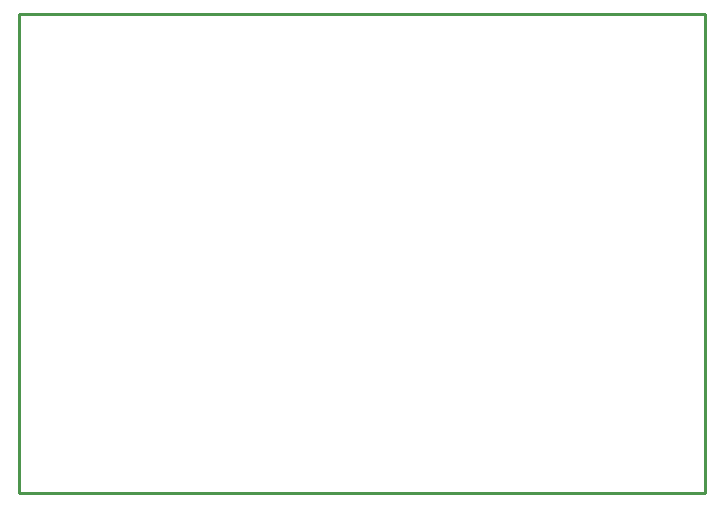
<source format=gbr>
G04 EAGLE Gerber RS-274X export*
G75*
%MOMM*%
%FSLAX34Y34*%
%LPD*%
%IN*%
%IPPOS*%
%AMOC8*
5,1,8,0,0,1.08239X$1,22.5*%
G01*
%ADD10C,0.254000*%


D10*
X0Y0D02*
X580900Y0D01*
X580900Y406300D01*
X0Y406300D01*
X0Y0D01*
M02*

</source>
